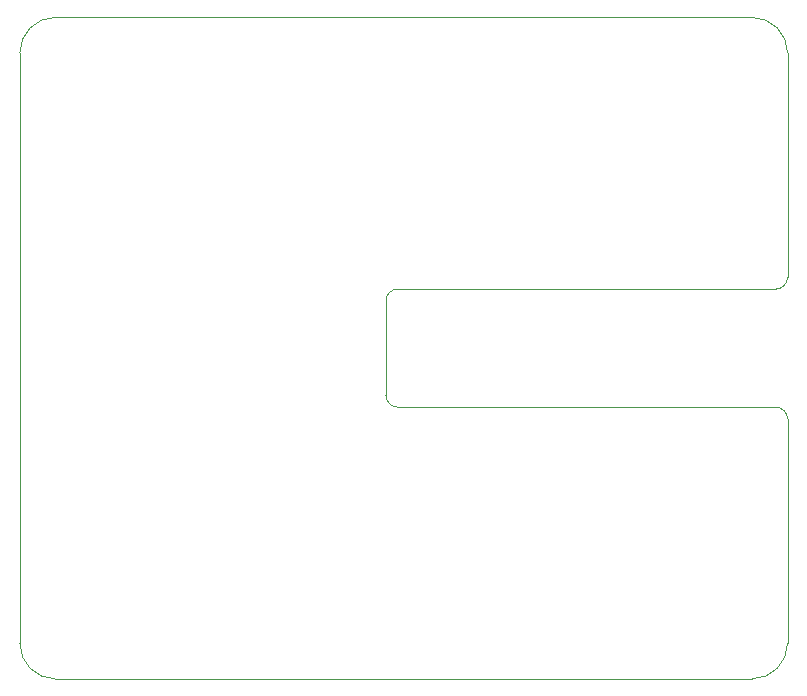
<source format=gbr>
%TF.GenerationSoftware,KiCad,Pcbnew,(5.1.8)-1*%
%TF.CreationDate,2021-12-28T16:16:16-05:00*%
%TF.ProjectId,PiRaceHat,50695261-6365-4486-9174-2e6b69636164,rev?*%
%TF.SameCoordinates,Original*%
%TF.FileFunction,Profile,NP*%
%FSLAX46Y46*%
G04 Gerber Fmt 4.6, Leading zero omitted, Abs format (unit mm)*
G04 Created by KiCad (PCBNEW (5.1.8)-1) date 2021-12-28 16:16:16*
%MOMM*%
%LPD*%
G01*
G04 APERTURE LIST*
%TA.AperFunction,Profile*%
%ADD10C,0.100000*%
%TD*%
G04 APERTURE END LIST*
D10*
X94400000Y-63040000D02*
X62400000Y-63040000D01*
X62400000Y-53040000D02*
X94400000Y-53040000D01*
X95400000Y-83040000D02*
X95400000Y-64040000D01*
X30400000Y-83040000D02*
G75*
G03*
X33400000Y-86040000I3000000J0D01*
G01*
X92400000Y-86040000D02*
X33400000Y-86040000D01*
X92400000Y-86040000D02*
G75*
G03*
X95400000Y-83040000I0J3000000D01*
G01*
X94400000Y-53040000D02*
G75*
G03*
X95400000Y-52040000I0J1000000D01*
G01*
X62400000Y-53040000D02*
G75*
G03*
X61400000Y-54040000I0J-1000000D01*
G01*
X61400000Y-62040000D02*
G75*
G03*
X62400000Y-63040000I1000000J0D01*
G01*
X95400000Y-64040000D02*
G75*
G03*
X94400000Y-63040000I-1000000J0D01*
G01*
X33400000Y-30040000D02*
G75*
G03*
X30400000Y-33040000I0J-3000000D01*
G01*
X95400000Y-33040000D02*
G75*
G03*
X92400000Y-30040000I-3000000J0D01*
G01*
X95400000Y-52040000D02*
X95400000Y-33040000D01*
X61400000Y-62040000D02*
X61400000Y-54040000D01*
X92400000Y-30040000D02*
X33400000Y-30040000D01*
X30400000Y-83040000D02*
X30400000Y-33040000D01*
M02*

</source>
